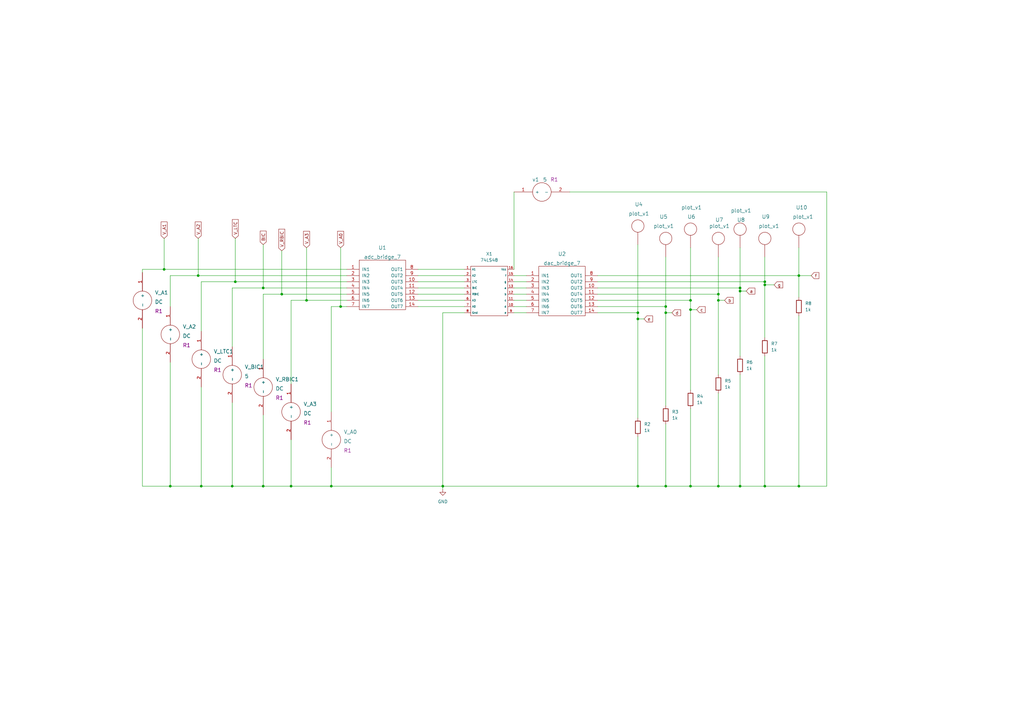
<source format=kicad_sch>
(kicad_sch (version 20211123) (generator eeschema)
  (paper "A3")
  (lib_symbols
    (symbol "DC_1" (pin_names (offset 1.016))
      (property "Reference" "V_A1" (at 5.08 3.175 0))
      (property "Value" "DC_1" (at 5.08 -0.635 0))
      (property "Footprint" "R1" (at 5.08 -4.445 0))
      (symbol "DC_1_0_1"
        (circle (center 0 0) (radius 3.81))
      )
      (symbol "DC_1_1_1"
        (pin power_out line (at 0 11.43 270) (length 7.62) (name "+") (number "1"))
        (pin power_in line (at 0 -11.43 90) (length 7.62) (name "-") (number "2"))
      )
    )
    (symbol "DC_2" (pin_names (offset 1.016))
      (property "Reference" "V_A2" (at 5.08 3.175 0))
      (property "Value" "DC_2" (at 5.08 -0.635 0))
      (property "Footprint" "R1" (at 5.08 -4.445 0))
      (symbol "DC_2_0_1"
        (circle (center 0 0) (radius 3.81))
      )
      (symbol "DC_2_1_1"
        (pin power_out line (at 0 11.43 270) (length 7.62) (name "+") (number "1"))
        (pin power_in line (at 0 -11.43 90) (length 7.62) (name "-") (number "2"))
      )
    )
    (symbol "DC_3" (pin_names (offset 1.016))
      (property "Reference" "V_LTC1" (at 5.08 3.175 0))
      (property "Value" "DC_3" (at 5.08 -0.635 0))
      (property "Footprint" "R1" (at 5.08 -4.445 0))
      (symbol "DC_3_0_1"
        (circle (center 0 0) (radius 3.81))
      )
      (symbol "DC_3_1_1"
        (pin power_out line (at 0 11.43 270) (length 7.62) (name "+") (number "1"))
        (pin power_in line (at 0 -11.43 90) (length 7.62) (name "-") (number "2"))
      )
    )
    (symbol "DC_4" (pin_names (offset 1.016))
      (property "Reference" "V_RBIC1" (at 5.08 3.175 0))
      (property "Value" "DC_4" (at 5.08 -0.635 0))
      (property "Footprint" "R1" (at 5.08 -4.445 0))
      (symbol "DC_4_0_1"
        (circle (center 0 0) (radius 3.81))
      )
      (symbol "DC_4_1_1"
        (pin power_out line (at 0 11.43 270) (length 7.62) (name "+") (number "1"))
        (pin power_in line (at 0 -11.43 90) (length 7.62) (name "-") (number "2"))
      )
    )
    (symbol "DC_5" (pin_names (offset 1.016))
      (property "Reference" "V_A3" (at 5.08 3.175 0))
      (property "Value" "DC_5" (at 5.08 -0.635 0))
      (property "Footprint" "R1" (at 5.08 -4.445 0))
      (symbol "DC_5_0_1"
        (circle (center 0 0) (radius 3.81))
      )
      (symbol "DC_5_1_1"
        (pin power_out line (at 0 11.43 270) (length 7.62) (name "+") (number "1"))
        (pin power_in line (at 0 -11.43 90) (length 7.62) (name "-") (number "2"))
      )
    )
    (symbol "DC_6" (pin_names (offset 1.016))
      (property "Reference" "V_A0" (at 5.08 3.175 0))
      (property "Value" "DC_6" (at 5.08 -0.635 0))
      (property "Footprint" "R1" (at 5.08 -4.445 0))
      (symbol "DC_6_0_1"
        (circle (center 0 0) (radius 3.81))
      )
      (symbol "DC_6_1_1"
        (pin power_out line (at 0 11.43 270) (length 7.62) (name "+") (number "1"))
        (pin power_in line (at 0 -11.43 90) (length 7.62) (name "-") (number "2"))
      )
    )
    (symbol "DC_7" (pin_names (offset 1.016))
      (property "Reference" "v" (at -5.08 2.54 0))
      (property "Value" "DC_7" (at -5.08 -1.27 0))
      (property "Footprint" "R1" (at -7.62 0 0))
      (symbol "DC_7_0_1"
        (circle (center 0 0) (radius 3.81))
      )
      (symbol "DC_7_1_1"
        (pin power_out line (at 0 11.43 270) (length 7.62) (name "+") (number "1"))
        (pin power_out line (at 0 -11.43 90) (length 7.62) (name "-") (number "2"))
      )
    )
    (symbol "eSim_Devices:resistor" (pin_numbers hide) (pin_names (offset 0))
      (property "Reference" "R" (at 1.27 3.302 0))
      (property "Value" "resistor" (at 1.27 -1.27 0))
      (symbol "resistor_0_1"
        (rectangle (start 3.81 0.254) (end -1.27 2.286) (stroke (width 0.254)))
      )
      (symbol "resistor_1_1"
        (pin passive line (at -2.54 1.27 0) (length 1.27) (name "~") (number "1"))
        (pin passive line (at 5.08 1.27 180) (length 1.27) (name "~") (number "2"))
      )
    )
    (symbol "eSim_Hybrid:adc_bridge_7" (pin_names (offset 1.016))
      (property "Reference" "U" (at 0 0 0))
      (property "Value" "adc_bridge_7" (at 0 3.81 0))
      (symbol "adc_bridge_7_0_1"
        (rectangle (start -10.16 5.08) (end 8.89 -15.24))
      )
      (symbol "adc_bridge_7_1_1"
        (pin input line (at -15.24 1.27 0) (length 5.08) (name "IN1") (number "1"))
        (pin output line (at 13.97 -3.81 180) (length 5.08) (name "OUT3") (number "10"))
        (pin output line (at 13.97 -6.35 180) (length 5.08) (name "OUT4") (number "11"))
        (pin output line (at 13.97 -8.89 180) (length 5.08) (name "OUT5") (number "12"))
        (pin output line (at 13.97 -11.43 180) (length 5.08) (name "OUT6") (number "13"))
        (pin output line (at 13.97 -13.97 180) (length 5.08) (name "OUT7") (number "14"))
        (pin input line (at -15.24 -1.27 0) (length 5.08) (name "IN2") (number "2"))
        (pin input line (at -15.24 -3.81 0) (length 5.08) (name "IN3") (number "3"))
        (pin input line (at -15.24 -6.35 0) (length 5.08) (name "IN4") (number "4"))
        (pin input line (at -15.24 -8.89 0) (length 5.08) (name "IN5") (number "5"))
        (pin input line (at -15.24 -11.43 0) (length 5.08) (name "IN6") (number "6"))
        (pin input line (at -15.24 -13.97 0) (length 5.08) (name "IN7") (number "7"))
        (pin output line (at 13.97 1.27 180) (length 5.08) (name "OUT1") (number "8"))
        (pin output line (at 13.97 -1.27 180) (length 5.08) (name "OUT2") (number "9"))
      )
    )
    (symbol "eSim_Hybrid:dac_bridge_7" (pin_names (offset 1.016))
      (property "Reference" "U" (at 0 0 0))
      (property "Value" "dac_bridge_7" (at 0 3.81 0))
      (symbol "dac_bridge_7_0_1"
        (rectangle (start -10.16 5.08) (end 8.89 -15.24))
      )
      (symbol "dac_bridge_7_1_1"
        (pin input line (at -15.24 1.27 0) (length 5.08) (name "IN1") (number "1"))
        (pin output line (at 13.97 -3.81 180) (length 5.08) (name "OUT3") (number "10"))
        (pin output line (at 13.97 -6.35 180) (length 5.08) (name "OUT4") (number "11"))
        (pin output line (at 13.97 -8.89 180) (length 5.08) (name "OUT5") (number "12"))
        (pin output line (at 13.97 -11.43 180) (length 5.08) (name "OUT6") (number "13"))
        (pin output line (at 13.97 -13.97 180) (length 5.08) (name "OUT7") (number "14"))
        (pin input line (at -15.24 -1.27 0) (length 5.08) (name "IN2") (number "2"))
        (pin input line (at -15.24 -3.81 0) (length 5.08) (name "IN3") (number "3"))
        (pin input line (at -15.24 -6.35 0) (length 5.08) (name "IN4") (number "4"))
        (pin input line (at -15.24 -8.89 0) (length 5.08) (name "IN5") (number "5"))
        (pin input line (at -15.24 -11.43 0) (length 5.08) (name "IN6") (number "6"))
        (pin input line (at -15.24 -13.97 0) (length 5.08) (name "IN7") (number "7"))
        (pin output line (at 13.97 1.27 180) (length 5.08) (name "OUT1") (number "8"))
        (pin output line (at 13.97 -1.27 180) (length 5.08) (name "OUT2") (number "9"))
      )
    )
    (symbol "eSim_Plot:plot_v1" (pin_names (offset 1.016))
      (property "Reference" "U" (at 0 12.7 0))
      (property "Value" "plot_v1" (at 5.08 8.89 0))
      (symbol "plot_v1_0_1"
        (circle (center 0 12.7) (radius 2.54))
      )
      (symbol "plot_v1_1_1"
        (pin input line (at 0 5.08 90) (length 5.08) (name "~") (number "~"))
      )
    )
    (symbol "eSim_Power:eSim_GND" (power) (pin_names (offset 0))
      (property "Value" "eSim_GND" (at 0 -3.81 0))
      (symbol "eSim_GND_0_1"
        (polyline (pts (xy 0 0) (xy 0 -1.27) (xy 1.27 -1.27) (xy 0 -2.54) (xy -1.27 -1.27) (xy 0 -1.27)))
      )
      (symbol "eSim_GND_1_1"
        (pin power_in line (at 0 0 270) (length 0) hide (name "GND") (number "1"))
      )
    )
    (symbol "eSim_Sources:DC" (pin_names (offset 1.016))
      (property "Reference" "v1" (at 0 12.7 90))
      (property "Value" "5" (at 0 8.89 90))
      (property "Footprint" "R1" (at 0 5.08 90))
      (symbol "DC_0_1"
        (circle (center 0 0) (radius 3.81))
      )
      (symbol "DC_1_1"
        (pin power_out line (at 0 11.43 270) (length 7.62) (name "+") (number "1"))
        (pin power_in line (at 0 -11.43 90) (length 7.62) (name "-") (number "2"))
      )
    )
    (symbol "eSim_Subckt:74LS48"
      (property "Reference" "X" (at 0 0 0))
      (property "Value" "74LS48" (at 0 0 0))
      (symbol "74LS48_0_1"
        (rectangle (start -7.62 10.16) (end 7.62 -10.16))
      )
      (symbol "74LS48_1_1"
        (pin input line (at -10.16 8.89 0) (length 2.54) (name "A1") (number "1"))
        (pin output line (at 10.16 -6.35 180) (length 2.54) (name "d") (number "10"))
        (pin output line (at 10.16 -3.81 180) (length 2.54) (name "c") (number "11"))
        (pin output line (at 10.16 -1.27 180) (length 2.54) (name "b") (number "12"))
        (pin output line (at 10.16 1.27 180) (length 2.54) (name "a") (number "13"))
        (pin output line (at 10.16 3.81 180) (length 2.54) (name "g") (number "14"))
        (pin output line (at 10.16 6.35 180) (length 2.54) (name "f") (number "15"))
        (pin power_in line (at 10.16 8.89 180) (length 2.54) (name "Vcc") (number "16"))
        (pin input line (at -10.16 6.35 0) (length 2.54) (name "A2") (number "2"))
        (pin input line (at -10.16 3.81 0) (length 2.54) (name "LTC") (number "3"))
        (pin input line (at -10.16 1.27 0) (length 2.54) (name "BIC") (number "4"))
        (pin input line (at -10.16 -1.27 0) (length 2.54) (name "RBIC") (number "5"))
        (pin input line (at -10.16 -3.81 0) (length 2.54) (name "A3") (number "6"))
        (pin input line (at -10.16 -6.35 0) (length 2.54) (name "A0") (number "7"))
        (pin power_in line (at -10.16 -8.89 0) (length 2.54) (name "Gnd") (number "8"))
        (pin output line (at 10.16 -8.89 180) (length 2.54) (name "e") (number "9"))
      )
    )
  )
  (junction (at 107.95 118.11))
  (junction (at 69.85 199.39))
  (junction (at 107.95 199.39))
  (junction (at 294.64 199.39))
  (junction (at 303.53 119.38))
  (junction (at 273.05 125.73))
  (junction (at 313.69 199.39))
  (junction (at 81.28 113.03))
  (junction (at 294.64 123.19))
  (junction (at 125.73 123.19))
  (junction (at 82.55 199.39))
  (junction (at 261.62 199.39))
  (junction (at 327.66 113.03))
  (junction (at 273.05 128.27))
  (junction (at 139.7 125.73))
  (junction (at 261.62 130.81))
  (junction (at 95.25 199.39))
  (junction (at 283.21 127))
  (junction (at 303.53 118.11))
  (junction (at 303.53 199.39))
  (junction (at 313.69 115.57))
  (junction (at 283.21 123.19))
  (junction (at 261.62 128.27))
  (junction (at 273.05 199.39))
  (junction (at 119.38 199.39))
  (junction (at 135.89 199.39))
  (junction (at 67.31 110.49))
  (junction (at 313.69 116.84))
  (junction (at 181.61 199.39))
  (junction (at 283.21 199.39))
  (junction (at 115.57 120.65))
  (junction (at 294.64 120.65))
  (junction (at 96.52 115.57))
  (junction (at 327.66 199.39))
  (wire (pts (xy 96.52 97.79) (xy 96.52 115.57)))
  (wire (pts (xy 171.45 110.49) (xy 190.5 110.49)))
  (wire (pts (xy 303.53 119.38) (xy 303.53 146.05)))
  (wire (pts (xy 58.42 134.62) (xy 58.42 199.39)))
  (wire (pts (xy 283.21 167.64) (xy 283.21 199.39)))
  (wire (pts (xy 327.66 113.03) (xy 332.74 113.03)))
  (wire (pts (xy 273.05 128.27) (xy 275.59 128.27)))
  (wire (pts (xy 210.82 113.03) (xy 215.9 113.03)))
  (wire (pts (xy 58.42 199.39) (xy 69.85 199.39)))
  (wire (pts (xy 181.61 199.39) (xy 261.62 199.39)))
  (wire (pts (xy 135.89 191.77) (xy 135.89 199.39)))
  (wire (pts (xy 210.82 110.49) (xy 210.82 78.74)))
  (wire (pts (xy 261.62 130.81) (xy 261.62 128.27)))
  (wire (pts (xy 95.25 142.24) (xy 95.25 118.11)))
  (wire (pts (xy 283.21 127) (xy 283.21 160.02)))
  (wire (pts (xy 171.45 120.65) (xy 190.5 120.65)))
  (wire (pts (xy 67.31 110.49) (xy 142.24 110.49)))
  (wire (pts (xy 327.66 199.39) (xy 313.69 199.39)))
  (wire (pts (xy 135.89 125.73) (xy 139.7 125.73)))
  (wire (pts (xy 283.21 127) (xy 285.75 127)))
  (wire (pts (xy 82.55 199.39) (xy 95.25 199.39)))
  (wire (pts (xy 283.21 123.19) (xy 283.21 127)))
  (wire (pts (xy 58.42 111.76) (xy 58.42 110.49)))
  (wire (pts (xy 283.21 123.19) (xy 245.11 123.19)))
  (wire (pts (xy 339.09 199.39) (xy 327.66 199.39)))
  (wire (pts (xy 81.28 97.79) (xy 81.28 113.03)))
  (wire (pts (xy 313.69 105.41) (xy 313.69 115.57)))
  (wire (pts (xy 58.42 110.49) (xy 67.31 110.49)))
  (wire (pts (xy 171.45 113.03) (xy 190.5 113.03)))
  (wire (pts (xy 233.68 78.74) (xy 339.09 78.74)))
  (wire (pts (xy 95.25 118.11) (xy 107.95 118.11)))
  (wire (pts (xy 115.57 120.65) (xy 142.24 120.65)))
  (wire (pts (xy 95.25 199.39) (xy 107.95 199.39)))
  (wire (pts (xy 135.89 199.39) (xy 181.61 199.39)))
  (wire (pts (xy 245.11 113.03) (xy 327.66 113.03)))
  (wire (pts (xy 181.61 128.27) (xy 181.61 199.39)))
  (wire (pts (xy 107.95 120.65) (xy 115.57 120.65)))
  (wire (pts (xy 261.62 179.07) (xy 261.62 199.39)))
  (wire (pts (xy 303.53 118.11) (xy 303.53 119.38)))
  (wire (pts (xy 273.05 128.27) (xy 273.05 166.37)))
  (wire (pts (xy 107.95 118.11) (xy 142.24 118.11)))
  (wire (pts (xy 273.05 125.73) (xy 245.11 125.73)))
  (wire (pts (xy 313.69 199.39) (xy 303.53 199.39)))
  (wire (pts (xy 171.45 118.11) (xy 190.5 118.11)))
  (wire (pts (xy 181.61 128.27) (xy 190.5 128.27)))
  (wire (pts (xy 303.53 101.6) (xy 303.53 118.11)))
  (wire (pts (xy 283.21 101.6) (xy 283.21 123.19)))
  (wire (pts (xy 135.89 168.91) (xy 135.89 125.73)))
  (wire (pts (xy 313.69 146.05) (xy 313.69 199.39)))
  (wire (pts (xy 261.62 130.81) (xy 264.16 130.81)))
  (wire (pts (xy 210.82 120.65) (xy 215.9 120.65)))
  (wire (pts (xy 69.85 148.59) (xy 69.85 199.39)))
  (wire (pts (xy 303.53 119.38) (xy 306.07 119.38)))
  (wire (pts (xy 245.11 128.27) (xy 261.62 128.27)))
  (wire (pts (xy 313.69 115.57) (xy 313.69 116.84)))
  (wire (pts (xy 294.64 120.65) (xy 294.64 123.19)))
  (wire (pts (xy 82.55 135.89) (xy 82.55 115.57)))
  (wire (pts (xy 119.38 180.34) (xy 119.38 199.39)))
  (wire (pts (xy 69.85 125.73) (xy 69.85 113.03)))
  (wire (pts (xy 273.05 173.99) (xy 273.05 199.39)))
  (wire (pts (xy 119.38 199.39) (xy 135.89 199.39)))
  (wire (pts (xy 294.64 199.39) (xy 283.21 199.39)))
  (wire (pts (xy 261.62 100.33) (xy 261.62 128.27)))
  (wire (pts (xy 294.64 120.65) (xy 245.11 120.65)))
  (wire (pts (xy 119.38 157.48) (xy 119.38 123.19)))
  (wire (pts (xy 210.82 128.27) (xy 215.9 128.27)))
  (wire (pts (xy 294.64 123.19) (xy 297.18 123.19)))
  (wire (pts (xy 313.69 116.84) (xy 317.5 116.84)))
  (wire (pts (xy 261.62 171.45) (xy 261.62 130.81)))
  (wire (pts (xy 82.55 115.57) (xy 96.52 115.57)))
  (wire (pts (xy 81.28 113.03) (xy 142.24 113.03)))
  (wire (pts (xy 294.64 123.19) (xy 294.64 153.67)))
  (wire (pts (xy 107.95 100.33) (xy 107.95 118.11)))
  (wire (pts (xy 283.21 199.39) (xy 273.05 199.39)))
  (wire (pts (xy 294.64 105.41) (xy 294.64 120.65)))
  (wire (pts (xy 303.53 118.11) (xy 245.11 118.11)))
  (wire (pts (xy 67.31 97.79) (xy 67.31 110.49)))
  (wire (pts (xy 313.69 116.84) (xy 313.69 138.43)))
  (wire (pts (xy 125.73 101.6) (xy 125.73 123.19)))
  (wire (pts (xy 294.64 161.29) (xy 294.64 199.39)))
  (wire (pts (xy 327.66 113.03) (xy 327.66 101.6)))
  (wire (pts (xy 210.82 115.57) (xy 215.9 115.57)))
  (wire (pts (xy 171.45 125.73) (xy 190.5 125.73)))
  (wire (pts (xy 96.52 115.57) (xy 142.24 115.57)))
  (wire (pts (xy 303.53 199.39) (xy 294.64 199.39)))
  (wire (pts (xy 125.73 123.19) (xy 142.24 123.19)))
  (wire (pts (xy 107.95 147.32) (xy 107.95 120.65)))
  (wire (pts (xy 95.25 165.1) (xy 95.25 199.39)))
  (wire (pts (xy 313.69 115.57) (xy 245.11 115.57)))
  (wire (pts (xy 273.05 105.41) (xy 273.05 125.73)))
  (wire (pts (xy 181.61 199.39) (xy 181.61 200.66)))
  (wire (pts (xy 82.55 158.75) (xy 82.55 199.39)))
  (wire (pts (xy 139.7 101.6) (xy 139.7 125.73)))
  (wire (pts (xy 210.82 125.73) (xy 215.9 125.73)))
  (wire (pts (xy 210.82 123.19) (xy 215.9 123.19)))
  (wire (pts (xy 339.09 78.74) (xy 339.09 199.39)))
  (wire (pts (xy 303.53 153.67) (xy 303.53 199.39)))
  (wire (pts (xy 210.82 118.11) (xy 215.9 118.11)))
  (wire (pts (xy 273.05 125.73) (xy 273.05 128.27)))
  (wire (pts (xy 69.85 113.03) (xy 81.28 113.03)))
  (wire (pts (xy 107.95 199.39) (xy 119.38 199.39)))
  (wire (pts (xy 171.45 115.57) (xy 190.5 115.57)))
  (wire (pts (xy 171.45 123.19) (xy 190.5 123.19)))
  (wire (pts (xy 107.95 170.18) (xy 107.95 199.39)))
  (wire (pts (xy 119.38 123.19) (xy 125.73 123.19)))
  (wire (pts (xy 69.85 199.39) (xy 82.55 199.39)))
  (wire (pts (xy 327.66 113.03) (xy 327.66 121.92)))
  (wire (pts (xy 327.66 129.54) (xy 327.66 199.39)))
  (wire (pts (xy 115.57 102.87) (xy 115.57 120.65)))
  (wire (pts (xy 139.7 125.73) (xy 142.24 125.73)))
  (wire (pts (xy 273.05 199.39) (xy 261.62 199.39)))
  (global_label "e" (shape input) (at 264.16 130.81 0) (property "Intersheet References" "${INTERSHEET_REFS}" (effects hide)))
  (global_label "V_LTC" (shape input) (at 96.52 97.79 90) (property "Intersheet References" "${INTERSHEET_REFS}" (effects hide)))
  (global_label "c" (shape input) (at 285.75 127 0) (property "Intersheet References" "${INTERSHEET_REFS}" (effects hide)))
  (global_label "a" (shape input) (at 306.07 119.38 0) (property "Intersheet References" "${INTERSHEET_REFS}" (effects hide)))
  (global_label "V_A0" (shape input) (at 139.7 101.6 90) (property "Intersheet References" "${INTERSHEET_REFS}" (effects hide)))
  (global_label "BIC" (shape input) (at 107.95 100.33 90) (property "Intersheet References" "${INTERSHEET_REFS}" (effects hide)))
  (global_label "d" (shape input) (at 275.59 128.27 0) (property "Intersheet References" "${INTERSHEET_REFS}" (effects hide)))
  (global_label "b" (shape input) (at 297.18 123.19 0) (property "Intersheet References" "${INTERSHEET_REFS}" (effects hide)))
  (global_label "g" (shape input) (at 317.5 116.84 0) (property "Intersheet References" "${INTERSHEET_REFS}" (effects hide)))
  (global_label "V_A2" (shape input) (at 81.28 97.79 90) (property "Intersheet References" "${INTERSHEET_REFS}" (effects hide)))
  (global_label "V_A1" (shape input) (at 67.31 97.79 90) (property "Intersheet References" "${INTERSHEET_REFS}" (effects hide)))
  (global_label "V_A3" (shape input) (at 125.73 101.6 90) (property "Intersheet References" "${INTERSHEET_REFS}" (effects hide)))
  (global_label "V_RBIC" (shape input) (at 115.57 102.87 90) (property "Intersheet References" "${INTERSHEET_REFS}" (effects hide)))
  (global_label "f" (shape input) (at 332.74 113.03 0) (property "Intersheet References" "${INTERSHEET_REFS}" (effects hide)))
  (symbol (lib_name "DC_2") (lib_id "eSim_Sources:DC") (at 69.85 137.16 0) (unit 1)
    (property "Reference" "V_A2" (at 74.93 133.985 0) (effects (font (size 1.524 1.524)) (justify left)))
    (property "Value" "DC" (at 74.93 137.795 0) (effects (font (size 1.524 1.524)) (justify left)))
    (property "Footprint" "R1" (at 74.93 141.605 0) (effects (font (size 1.524 1.524)) (justify left)))
  )
  (symbol (lib_name "DC_7") (lib_id "eSim_Sources:DC") (at 95.25 153.67 0) (unit 1)
    (property "Reference" "V_BIC1" (at 100.33 150.495 0) (effects (font (size 1.524 1.524)) (justify left)))
    (property "Value" "5" (at 100.33 154.305 0) (effects (font (size 1.524 1.524)) (justify left)))
    (property "Footprint" "R1" (at 100.33 158.115 0) (effects (font (size 1.524 1.524)) (justify left)))
  )
  (symbol (lib_id "eSim_Devices:resistor") (at 328.93 127 90) (unit 1)
    (property "Reference" "R8" (at 330.2 124.4599 90) (effects (justify right)))
    (property "Value" "1k" (at 330.2 126.9999 90) (effects (justify right)))
  )
  (symbol (lib_id "eSim_Subckt:74LS48") (at 200.66 119.38 0) (unit 1)
    (property "Reference" "X1" (at 200.66 104.14 0))
    (property "Value" "74LS48" (at 200.66 106.68 0))
  )
  (symbol (lib_name "DC_3") (lib_id "eSim_Sources:DC") (at 82.55 147.32 0) (unit 1)
    (property "Reference" "V_LTC1" (at 87.63 144.145 0) (effects (font (size 1.524 1.524)) (justify left)))
    (property "Value" "DC" (at 87.63 147.955 0) (effects (font (size 1.524 1.524)) (justify left)))
    (property "Footprint" "R1" (at 87.63 151.765 0) (effects (font (size 1.524 1.524)) (justify left)))
  )
  (symbol (lib_id "eSim_Devices:resistor") (at 262.89 176.53 90) (unit 1)
    (property "Reference" "R2" (at 264.16 173.9899 90) (effects (justify right)))
    (property "Value" "1k" (at 264.16 176.5299 90) (effects (justify right)))
  )
  (symbol (lib_name "DC_1") (lib_id "eSim_Sources:DC") (at 58.42 123.19 0) (unit 1)
    (property "Reference" "V_A1" (at 63.5 120.015 0) (effects (font (size 1.524 1.524)) (justify left)))
    (property "Value" "DC" (at 63.5 123.825 0) (effects (font (size 1.524 1.524)) (justify left)))
    (property "Footprint" "R1" (at 63.5 127.635 0) (effects (font (size 1.524 1.524)) (justify left)))
  )
  (symbol (lib_id "eSim_Sources:DC") (at 222.25 78.74 90) (unit 1)
    (property "Reference" "v1" (at 219.71 73.66 90) (effects (font (size 1.524 1.524))))
    (property "Value" "5" (at 223.52 73.66 90) (effects (font (size 1.524 1.524))))
    (property "Footprint" "R1" (at 227.33 73.66 90) (effects (font (size 1.524 1.524))))
  )
  (symbol (lib_id "eSim_Plot:plot_v1") (at 303.53 106.68 0) (unit 1)
    (property "Reference" "U8" (at 302.26 90.17 0) (effects (font (size 1.524 1.524)) (justify left)))
    (property "Value" "plot_v1" (at 299.72 86.36 0) (effects (font (size 1.524 1.524)) (justify left)))
  )
  (symbol (lib_id "eSim_Plot:plot_v1") (at 327.66 106.68 0) (unit 1)
    (property "Reference" "U10" (at 326.39 85.09 0) (effects (font (size 1.524 1.524)) (justify left)))
    (property "Value" "plot_v1" (at 325.12 88.9 0) (effects (font (size 1.524 1.524)) (justify left)))
  )
  (symbol (lib_id "eSim_Plot:plot_v1") (at 261.62 105.41 0) (unit 1)
    (property "Reference" "U4" (at 260.35 83.82 0) (effects (font (size 1.524 1.524)) (justify left)))
    (property "Value" "plot_v1" (at 257.81 87.63 0) (effects (font (size 1.524 1.524)) (justify left)))
  )
  (symbol (lib_id "eSim_Devices:resistor") (at 304.8 151.13 90) (unit 1)
    (property "Reference" "R6" (at 306.07 148.5899 90) (effects (justify right)))
    (property "Value" "1k" (at 306.07 151.1299 90) (effects (justify right)))
  )
  (symbol (lib_id "eSim_Plot:plot_v1") (at 273.05 110.49 0) (unit 1)
    (property "Reference" "U5" (at 270.51 88.9 0) (effects (font (size 1.524 1.524)) (justify left)))
    (property "Value" "plot_v1" (at 267.97 92.71 0) (effects (font (size 1.524 1.524)) (justify left)))
  )
  (symbol (lib_name "DC_5") (lib_id "eSim_Sources:DC") (at 119.38 168.91 0) (unit 1)
    (property "Reference" "V_A3" (at 124.46 165.735 0) (effects (font (size 1.524 1.524)) (justify left)))
    (property "Value" "DC" (at 124.46 169.545 0) (effects (font (size 1.524 1.524)) (justify left)))
    (property "Footprint" "R1" (at 124.46 173.355 0) (effects (font (size 1.524 1.524)) (justify left)))
  )
  (symbol (lib_id "eSim_Plot:plot_v1") (at 283.21 106.68 0) (unit 1)
    (property "Reference" "U6" (at 281.94 88.9 0) (effects (font (size 1.524 1.524)) (justify left)))
    (property "Value" "plot_v1" (at 279.4 85.09 0) (effects (font (size 1.524 1.524)) (justify left)))
  )
  (symbol (lib_id "eSim_Devices:resistor") (at 274.32 171.45 90) (unit 1)
    (property "Reference" "R3" (at 275.59 168.9099 90) (effects (justify right)))
    (property "Value" "1k" (at 275.59 171.4499 90) (effects (justify right)))
  )
  (symbol (lib_name "DC_6") (lib_id "eSim_Sources:DC") (at 135.89 180.34 0) (unit 1)
    (property "Reference" "V_A0" (at 140.97 177.165 0) (effects (font (size 1.524 1.524)) (justify left)))
    (property "Value" "DC" (at 140.97 180.975 0) (effects (font (size 1.524 1.524)) (justify left)))
    (property "Footprint" "R1" (at 140.97 184.785 0) (effects (font (size 1.524 1.524)) (justify left)))
  )
  (symbol (lib_id "eSim_Hybrid:adc_bridge_7") (at 157.48 111.76 0) (unit 1)
    (property "Reference" "U1" (at 156.845 101.6 0) (effects (font (size 1.524 1.524))))
    (property "Value" "adc_bridge_7" (at 156.845 105.41 0) (effects (font (size 1.524 1.524))))
  )
  (symbol (lib_name "DC_4") (lib_id "eSim_Sources:DC") (at 107.95 158.75 0) (unit 1)
    (property "Reference" "V_RBIC1" (at 113.03 155.575 0) (effects (font (size 1.524 1.524)) (justify left)))
    (property "Value" "DC" (at 113.03 159.385 0) (effects (font (size 1.524 1.524)) (justify left)))
    (property "Footprint" "R1" (at 113.03 163.195 0) (effects (font (size 1.524 1.524)) (justify left)))
  )
  (symbol (lib_id "eSim_Devices:resistor") (at 295.91 158.75 90) (unit 1)
    (property "Reference" "R5" (at 297.18 156.2099 90) (effects (justify right)))
    (property "Value" "1k" (at 297.18 158.7499 90) (effects (justify right)))
  )
  (symbol (lib_id "eSim_Power:eSim_GND") (at 181.61 200.66 0) (unit 1)
    (property "Reference" "#PWR01" (effects hide))
    (property "Value" "eSim_GND" (at 181.61 205.74 0))
  )
  (symbol (lib_id "eSim_Plot:plot_v1") (at 313.69 110.49 0) (unit 1)
    (property "Reference" "U9" (at 312.42 88.9 0) (effects (font (size 1.524 1.524)) (justify left)))
    (property "Value" "plot_v1" (at 311.15 92.71 0) (effects (font (size 1.524 1.524)) (justify left)))
  )
  (symbol (lib_id "eSim_Devices:resistor") (at 284.48 165.1 90) (unit 1)
    (property "Reference" "R4" (at 285.75 162.5599 90) (effects (justify right)))
    (property "Value" "1k" (at 285.75 165.0999 90) (effects (justify right)))
  )
  (symbol (lib_id "eSim_Hybrid:dac_bridge_7") (at 231.14 114.3 0) (unit 1)
    (property "Reference" "U2" (at 230.505 104.14 0) (effects (font (size 1.524 1.524))))
    (property "Value" "dac_bridge_7" (at 230.505 107.95 0) (effects (font (size 1.524 1.524))))
  )
  (symbol (lib_id "eSim_Plot:plot_v1") (at 294.64 110.49 0) (unit 1)
    (property "Reference" "U7" (at 293.37 90.17 0) (effects (font (size 1.524 1.524)) (justify left)))
    (property "Value" "plot_v1" (at 290.83 92.71 0) (effects (font (size 1.524 1.524)) (justify left)))
  )
  (symbol (lib_id "eSim_Devices:resistor") (at 314.96 143.51 90) (unit 1)
    (property "Reference" "R7" (at 316.23 140.9699 90) (effects (justify right)))
    (property "Value" "1k" (at 316.23 143.5099 90) (effects (justify right)))
  )
)
</source>
